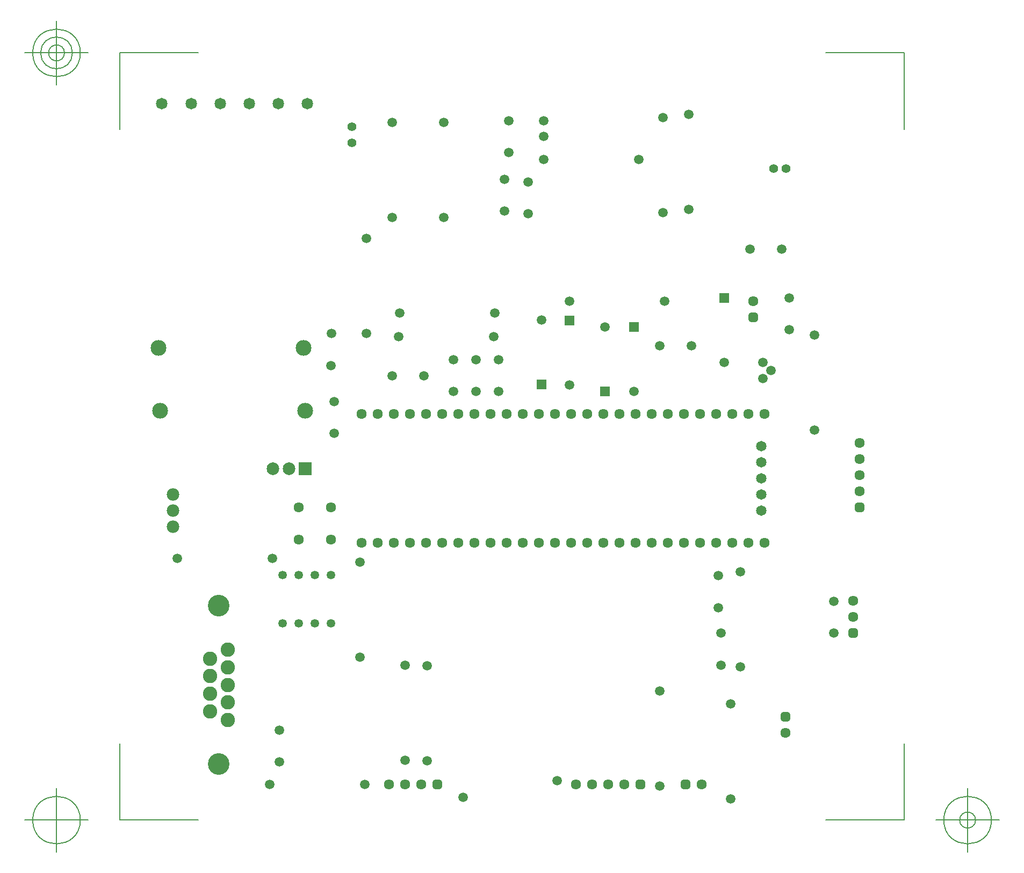
<source format=gbr>
G04 Generated by Ultiboard 13.0 *
%FSLAX34Y34*%
%MOMM*%

%ADD10C,0.0001*%
%ADD11C,0.1270*%
%ADD12C,3.4036*%
%ADD13C,2.2600*%
%ADD14C,1.6088*%
%ADD15C,1.6510*%
%ADD16C,1.5076*%
%ADD17R,0.5291X0.5291*%
%ADD18C,0.9949*%
%ADD19C,1.9898*%
%ADD20C,2.4978*%
%ADD21C,1.5000*%
%ADD22R,1.5000X1.5000*%
%ADD23C,1.9930*%
%ADD24R,1.9930X1.9930*%
%ADD25C,1.8202*%
%ADD26C,1.4000*%
%ADD27C,1.3446*%


G04 ColorRGB 9900CC for the following layer *
%LNSolder Mask Bottom*%
%LPD*%
G54D10*
G54D11*
X251476Y-91880D02*
X251476Y29107D01*
X251476Y-91880D02*
X375056Y-91880D01*
X1487274Y-91880D02*
X1363694Y-91880D01*
X1487274Y-91880D02*
X1487274Y29107D01*
X1487274Y1117994D02*
X1487274Y997007D01*
X1487274Y1117994D02*
X1363694Y1117994D01*
X251476Y1117994D02*
X375056Y1117994D01*
X251476Y1117994D02*
X251476Y997007D01*
X201476Y-91880D02*
X101476Y-91880D01*
X151476Y-141880D02*
X151476Y-41880D01*
X113976Y-91880D02*
G75*
D01*
G02X113976Y-91880I37500J0*
G01*
X1537274Y-91880D02*
X1637274Y-91880D01*
X1587274Y-141880D02*
X1587274Y-41880D01*
X1549774Y-91880D02*
G75*
D01*
G02X1549774Y-91880I37500J0*
G01*
X1574774Y-91880D02*
G75*
D01*
G02X1574774Y-91880I12500J0*
G01*
X201476Y1117994D02*
X101476Y1117994D01*
X151476Y1067994D02*
X151476Y1167994D01*
X113976Y1117994D02*
G75*
D01*
G02X113976Y1117994I37500J0*
G01*
X126476Y1117994D02*
G75*
D01*
G02X126476Y1117994I25000J0*
G01*
X138976Y1117994D02*
G75*
D01*
G02X138976Y1117994I12500J0*
G01*
G54D12*
X407416Y246380D03*
X407416Y-3556D03*
G54D13*
X421640Y66040D03*
X421640Y93726D03*
X421640Y121412D03*
X421640Y149098D03*
X421640Y176784D03*
X393192Y79883D03*
X393192Y107569D03*
X393192Y135255D03*
X393192Y162941D03*
G54D14*
X632460Y548640D03*
X657860Y548640D03*
X683260Y548640D03*
X708660Y548640D03*
X734060Y548640D03*
X759460Y548640D03*
X784860Y548640D03*
X810260Y548640D03*
X835660Y548640D03*
X861060Y548640D03*
X886460Y548640D03*
X911860Y548640D03*
X937260Y548640D03*
X962660Y548640D03*
X988060Y548640D03*
X1013460Y548640D03*
X1038860Y548640D03*
X1064260Y548640D03*
X1089660Y548640D03*
X1115060Y548640D03*
X1140460Y548640D03*
X1165860Y548640D03*
X1191260Y548640D03*
X1242060Y548640D03*
X632460Y345440D03*
X657860Y345440D03*
X683260Y345440D03*
X708660Y345440D03*
X734060Y345440D03*
X759460Y345440D03*
X784860Y345440D03*
X810260Y345440D03*
X835660Y345440D03*
X861060Y345440D03*
X886460Y345440D03*
X911860Y345440D03*
X937260Y345440D03*
X962660Y345440D03*
X988060Y345440D03*
X1013460Y345440D03*
X1038860Y345440D03*
X1064260Y345440D03*
X1089660Y345440D03*
X1115060Y345440D03*
X1140460Y345440D03*
X1165860Y345440D03*
X1191260Y345440D03*
X1216660Y345440D03*
X1242060Y345440D03*
X1267460Y345440D03*
X1267460Y548640D03*
X1216660Y548640D03*
X584200Y350520D03*
X584200Y401320D03*
X533400Y350520D03*
X533400Y401320D03*
X701040Y-35560D03*
X726440Y-35560D03*
X675640Y-35560D03*
X1046480Y-35560D03*
X1021080Y-35560D03*
X970280Y-35560D03*
X995680Y-35560D03*
X1168400Y-35560D03*
X1300480Y45720D03*
X1249680Y726440D03*
X1417320Y426720D03*
X1417320Y452120D03*
X1417320Y502920D03*
X1417320Y477520D03*
X1407160Y228600D03*
X1407160Y254000D03*
G54D15*
X1262380Y497840D03*
X1262380Y472440D03*
X1262380Y447040D03*
X1262380Y421640D03*
X1262380Y396240D03*
G54D16*
X1264920Y604520D03*
X1277620Y617220D03*
X1264920Y629920D03*
G54D17*
X751840Y-35560D03*
X1071880Y-35560D03*
X1143000Y-35560D03*
X1300480Y71120D03*
X1249680Y701040D03*
X1417320Y401320D03*
X1407160Y203200D03*
G54D18*
X749195Y-38205D02*
X754485Y-38205D01*
X754485Y-32915D01*
X749195Y-32915D01*
X749195Y-38205D01*D02*
X1069235Y-38205D02*
X1074525Y-38205D01*
X1074525Y-32915D01*
X1069235Y-32915D01*
X1069235Y-38205D01*D02*
X1140355Y-38205D02*
X1145645Y-38205D01*
X1145645Y-32915D01*
X1140355Y-32915D01*
X1140355Y-38205D01*D02*
X1297835Y68475D02*
X1303125Y68475D01*
X1303125Y73765D01*
X1297835Y73765D01*
X1297835Y68475D01*D02*
X1247035Y698395D02*
X1252325Y698395D01*
X1252325Y703685D01*
X1247035Y703685D01*
X1247035Y698395D01*D02*
X1414675Y398675D02*
X1419965Y398675D01*
X1419965Y403965D01*
X1414675Y403965D01*
X1414675Y398675D01*D02*
X1404515Y200555D02*
X1409805Y200555D01*
X1409805Y205845D01*
X1404515Y205845D01*
X1404515Y200555D01*D02*
G54D19*
X335280Y370840D03*
X335280Y421640D03*
X335280Y396240D03*
G54D20*
X541123Y652883D03*
X312523Y652883D03*
X543560Y553720D03*
X314960Y553720D03*
G54D21*
X588780Y568160D03*
X588780Y518160D03*
X1102360Y-38240D03*
X1102360Y111760D03*
X960120Y594360D03*
X915498Y696820D03*
X1016000Y685800D03*
X1061720Y584200D03*
X1152360Y655820D03*
X1102360Y655820D03*
X1198880Y203200D03*
X1198380Y152400D03*
X1229360Y149720D03*
X1229360Y299720D03*
X1194800Y293640D03*
X1194300Y242840D03*
X847860Y634200D03*
X847860Y584200D03*
X812300Y634200D03*
X812300Y584200D03*
X776740Y634200D03*
X776740Y584200D03*
X840880Y670560D03*
X690880Y670560D03*
X692230Y707470D03*
X842230Y707470D03*
X730120Y608700D03*
X680120Y608700D03*
X491710Y321090D03*
X341710Y321090D03*
X940201Y-29833D03*
X792480Y-55880D03*
X1306060Y681520D03*
X1306060Y731520D03*
X637680Y-35560D03*
X487680Y-35560D03*
X502420Y50000D03*
X502420Y0D03*
X701040Y2400D03*
X701040Y152400D03*
X735250Y1350D03*
X735250Y151350D03*
X1203960Y629920D03*
X960120Y726740D03*
X1110120Y726740D03*
X1214120Y-58560D03*
X1214120Y91440D03*
X629920Y164960D03*
X629920Y314960D03*
X1346200Y673240D03*
X1346200Y523240D03*
X1376180Y253200D03*
X1376180Y203200D03*
X640080Y825640D03*
X640080Y675640D03*
X857020Y868680D03*
X857020Y918680D03*
X680420Y858520D03*
X680420Y1008520D03*
X762000Y1008520D03*
X762000Y858520D03*
X1107440Y866000D03*
X1107440Y1016000D03*
X1148080Y871080D03*
X1148080Y1021080D03*
X1069480Y949960D03*
X919480Y949960D03*
X864100Y960920D03*
X864100Y1010920D03*
X919480Y985920D03*
X919480Y1010920D03*
X894580Y864400D03*
X894580Y914400D03*
X584200Y624840D03*
X584700Y675640D03*
X1294600Y808220D03*
X1244600Y808220D03*
G54D22*
X960120Y695960D03*
X915498Y595220D03*
X1016000Y584200D03*
X1061720Y685800D03*
X1203960Y731520D03*
G54D23*
X492760Y462280D03*
X518160Y462280D03*
G54D24*
X543560Y462280D03*
G54D25*
X409307Y1038109D03*
X455205Y1038109D03*
X501104Y1038109D03*
X547003Y1038109D03*
X317509Y1038109D03*
X363408Y1038109D03*
G54D26*
X616680Y1001260D03*
X616680Y976260D03*
X1301320Y935880D03*
X1281320Y935880D03*
G54D27*
X508000Y218440D03*
X533400Y218440D03*
X558800Y218440D03*
X584200Y218440D03*
X508000Y294640D03*
X533400Y294640D03*
X558800Y294640D03*
X584200Y294640D03*

M02*

</source>
